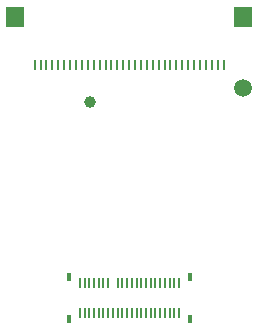
<source format=gbr>
%TF.GenerationSoftware,KiCad,Pcbnew,6.0.7-f9a2dced07~116~ubuntu20.04.1*%
%TF.CreationDate,2022-09-27T22:25:40+02:00*%
%TF.ProjectId,S3-44-to-33-FPC,53332d34-342d-4746-9f2d-33332d465043,1.0*%
%TF.SameCoordinates,Original*%
%TF.FileFunction,Soldermask,Top*%
%TF.FilePolarity,Negative*%
%FSLAX46Y46*%
G04 Gerber Fmt 4.6, Leading zero omitted, Abs format (unit mm)*
G04 Created by KiCad (PCBNEW 6.0.7-f9a2dced07~116~ubuntu20.04.1) date 2022-09-27 22:25:40*
%MOMM*%
%LPD*%
G01*
G04 APERTURE LIST*
%ADD10R,0.254000X0.812800*%
%ADD11R,1.524000X1.701800*%
%ADD12C,1.500000*%
%ADD13C,1.000000*%
%ADD14R,0.127000X0.863600*%
%ADD15R,0.330200X0.711200*%
G04 APERTURE END LIST*
D10*
%TO.C,J1*%
X121574999Y-94415650D03*
X121075000Y-94415650D03*
X120574999Y-94415650D03*
X120075000Y-94415650D03*
X119574998Y-94415650D03*
X119074999Y-94415650D03*
X118575000Y-94415650D03*
X118074999Y-94415650D03*
X117575000Y-94415650D03*
X117074998Y-94415650D03*
X116574999Y-94415650D03*
X116075000Y-94415650D03*
X115574999Y-94415650D03*
X115075000Y-94415650D03*
X114574998Y-94415650D03*
X114074999Y-94415650D03*
X113575000Y-94415650D03*
X113074998Y-94415650D03*
X112574999Y-94415650D03*
X112075000Y-94415650D03*
X111574999Y-94415650D03*
X111075000Y-94415650D03*
X110574998Y-94415650D03*
X110074999Y-94415650D03*
X109575000Y-94415650D03*
X109074999Y-94415650D03*
X108575000Y-94415650D03*
X108074998Y-94415650D03*
X107574999Y-94415650D03*
X107075000Y-94415650D03*
X106574999Y-94415650D03*
X106075000Y-94415650D03*
X105574998Y-94415650D03*
D11*
X103923000Y-90402450D03*
X123227000Y-90402450D03*
%TD*%
D12*
%TO.C,T-15*%
X123175000Y-96350000D03*
%TD*%
D13*
%TO.C,T+22*%
X110250000Y-97525000D03*
%TD*%
D14*
%TO.C,J2*%
X117799999Y-112880000D03*
X117799999Y-115420000D03*
X117400000Y-112880000D03*
X117400000Y-115420000D03*
X116999998Y-112880000D03*
X116999998Y-115420000D03*
X116599999Y-112880000D03*
X116599999Y-115420000D03*
X116200000Y-112880000D03*
X116200000Y-115420000D03*
X115800001Y-112880000D03*
X115800001Y-115420000D03*
X115399999Y-112880000D03*
X115399999Y-115420000D03*
X115000000Y-112880000D03*
X115000000Y-115420000D03*
X114600001Y-112880000D03*
X114600001Y-115420000D03*
X114199999Y-112880000D03*
X114199999Y-115420000D03*
X113800000Y-112880000D03*
X113800000Y-115420000D03*
X113400000Y-112880000D03*
X113400000Y-115420000D03*
X113000001Y-112880000D03*
X113000001Y-115420000D03*
X112599999Y-112880000D03*
X112599999Y-115420000D03*
X112200000Y-115420000D03*
X111800001Y-112880000D03*
X111800001Y-115420000D03*
X111399999Y-112880000D03*
X111399999Y-115420000D03*
X111000000Y-112880000D03*
X111000000Y-115420000D03*
X110600001Y-112880000D03*
X110600001Y-115420000D03*
X110199999Y-112880000D03*
X110199999Y-115420000D03*
X109800000Y-112880000D03*
X109800000Y-115420000D03*
X109400001Y-112880000D03*
X109400001Y-115420000D03*
D15*
X108500000Y-112370000D03*
X118700000Y-112370000D03*
X108500000Y-115930000D03*
X118700000Y-115930000D03*
%TD*%
M02*

</source>
